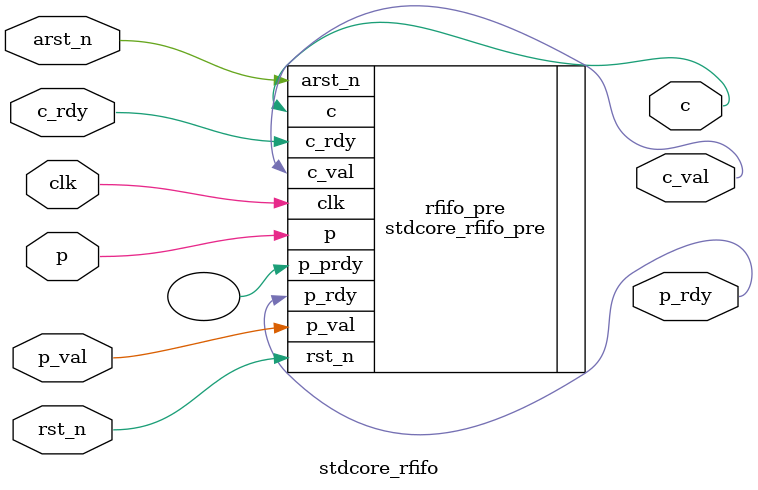
<source format=v>
/*
    NAME:
        stdcore_rfifo.v
        
    DESCRIPTION:
        
    NOTES:
        
    TO DO:
        
    AUTHOR:
        Dajiang Zhou
        
	REVISION HISTORY:
        11.07.13    Revised from uhv_rfifo_ar.v
        11.11.18    Revised from stdcore_rfifoar.v
        12.03.08    Added "c_" so that c will keep the lastest valid value
        12.04.09    "c" is not registered output
        14.05.22    Val/Rdy handshake
        14.08.17    Becomes a wrapper of stdcore_rfifo_pre which does not have the p_prdy port
        
*/

`timescale 1ns/1ps

module stdcore_rfifo(
  
  clk,
  arst_n,
  rst_n,
  
  p,
  p_val,
  p_rdy,
  //p_prdy,
  
  c,
  c_val,
  c_rdy
  
);

parameter           DW = 1;
parameter           DEPTH = 1;
parameter           PRE = 0;    // Must be 0
parameter           AW = 9;     // enlarge me if DEPTH > 512 - 2


input               clk;
input               arst_n;
input               rst_n;

input   [DW-1:0]    p;
input               p_val;
//output              p_prdy;
output              p_rdy;

output  [DW-1:0]    c;
output              c_val;
input               c_rdy;

stdcore_rfifo_pre #(DW,DEPTH,PRE,AW) rfifo_pre(
  
  .clk(clk),
  .arst_n(arst_n),
  .rst_n(rst_n),
  
  .p(p),
  .p_val(p_val),
  .p_rdy(p_rdy),
  .p_prdy(),
  
  .c(c),
  .c_val(c_val),
  .c_rdy(c_rdy)
  
);

// synopsys translate_off
initial if(PRE!=0) begin $display("PRE must be 0 for stdcore_rfifo. Use stdcore_rfifo_pre if you need PRE>0!"); $stop; end
// synopsys translate_on

endmodule




</source>
